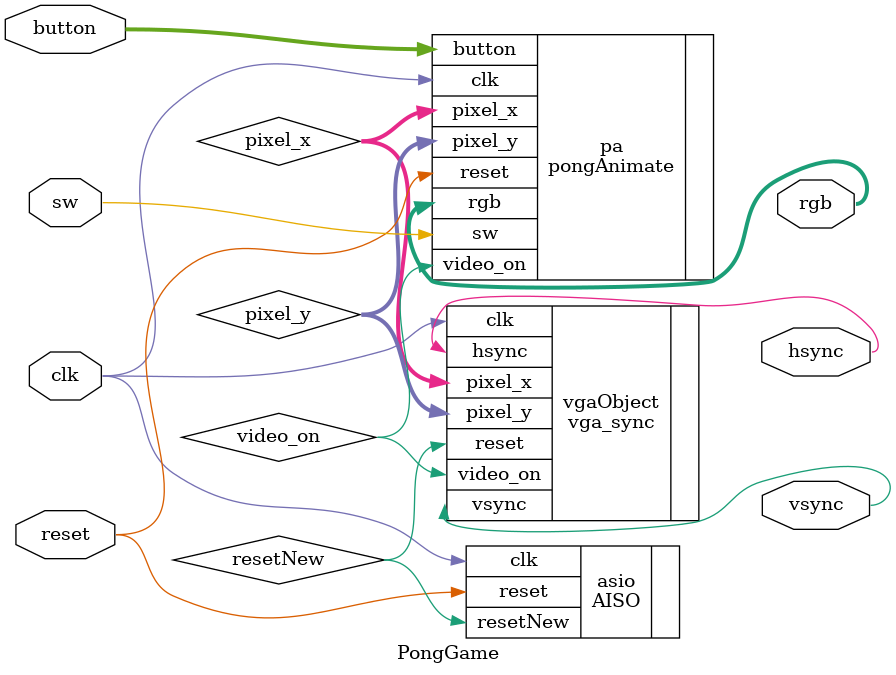
<source format=v>
`timescale 1ns / 1ps
module PongGame(
    input         clk   , reset, sw,
    input  [ 1:0] button,
    output        hsync , vsync,
    output [11:0] rgb
    );
    wire [9:0] pixel_x , pixel_y;//wire pixel count x & pixel count y
    wire       video_on         ;//wire video on
    wire       p_tick           ;//wire for 25MHz tick           
    wire       resetNew         ;//wire for AISO output
    
    
    //instantiation
    //inputs clk, reset
    //outputs resetNew
     AISO asio( .clk     ( clk      ),
                .reset   ( reset    ),
                .resetNew( resetNew )
               );    

    //instantiation for VGA Sync
    //inputs clk, reset, sw, p_tick
    //outputs hsync, vsync, video_on, pixel_x, pixel_y, rgb
    vga_sync vgaObject( .clk      ( clk      ),
              .reset    ( resetNew ),
              .hsync    ( hsync    ),
              .vsync    ( vsync    ), 
              .video_on ( video_on ),
              .pixel_x  ( pixel_x  ),
              .pixel_y  ( pixel_y  )
             );
                         
    //instantiation for pongAnimate
    //input clk, reset, sw, button, video_on, pixel_x, pixel_y
    //output rgb         
    pongAnimate pa( .clk      ( clk      ),
                    .reset    ( reset    ),
                    .sw       ( sw       ),
                    .button   ( button   ),                 
                    .video_on ( video_on ),
                    .pixel_x  ( pixel_x  ),
                    .pixel_y  ( pixel_y  ),
                    .rgb      ( rgb      )
                   );

endmodule    
</source>
